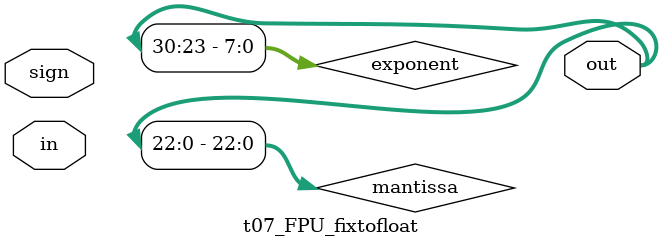
<source format=sv>
module t07_FPU_fixtofloat (
    input logic [31:0] in,
    input logic sign,
    output logic [31:0] out
);
    
    //logic [5:0] count; 

    always_comb begin
        for(integer i = 0; i < 16; i++) begin
            if (in[i] == 1) begin 
                //count = i;
                i = 16; 
            end
        end

    end
    

    //parsing float
    logic [7:0] exponent = out[30:23];
    logic [22:0] mantissa = out[22:0];

    
endmodule
</source>
